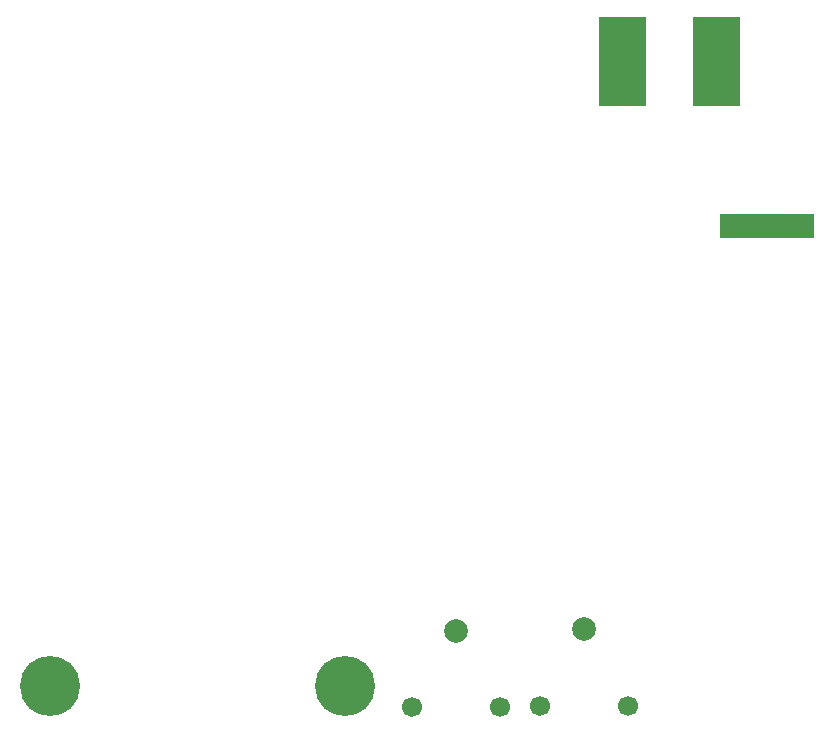
<source format=gbp>
G04 MADE WITH FRITZING*
G04 WWW.FRITZING.ORG*
G04 DOUBLE SIDED*
G04 HOLES PLATED*
G04 CONTOUR ON CENTER OF CONTOUR VECTOR*
%ASAXBY*%
%FSLAX23Y23*%
%MOIN*%
%OFA0B0*%
%SFA1.0B1.0*%
%ADD10C,0.066917*%
%ADD11C,0.066944*%
%ADD12C,0.078750*%
%ADD13C,0.200000*%
%ADD14R,0.314961X0.078740*%
%ADD15R,0.001000X0.001000*%
%LNPASTEMASK0*%
G90*
G70*
G54D10*
X4317Y67D03*
G54D11*
X4022Y67D03*
G54D12*
X4169Y322D03*
G54D10*
X3891Y61D03*
G54D11*
X3596Y61D03*
G54D12*
X3743Y317D03*
G54D13*
X3374Y131D03*
X2389Y131D03*
G54D14*
X4778Y1665D03*
G54D15*
X4219Y2362D02*
X4375Y2362D01*
X4534Y2362D02*
X4690Y2362D01*
X4219Y2361D02*
X4375Y2361D01*
X4534Y2361D02*
X4690Y2361D01*
X4219Y2360D02*
X4375Y2360D01*
X4534Y2360D02*
X4690Y2360D01*
X4219Y2359D02*
X4375Y2359D01*
X4534Y2359D02*
X4690Y2359D01*
X4219Y2358D02*
X4375Y2358D01*
X4534Y2358D02*
X4690Y2358D01*
X4219Y2357D02*
X4375Y2357D01*
X4534Y2357D02*
X4690Y2357D01*
X4219Y2356D02*
X4375Y2356D01*
X4534Y2356D02*
X4690Y2356D01*
X4219Y2355D02*
X4375Y2355D01*
X4534Y2355D02*
X4690Y2355D01*
X4219Y2354D02*
X4375Y2354D01*
X4534Y2354D02*
X4690Y2354D01*
X4219Y2353D02*
X4375Y2353D01*
X4534Y2353D02*
X4690Y2353D01*
X4219Y2352D02*
X4375Y2352D01*
X4534Y2352D02*
X4690Y2352D01*
X4219Y2351D02*
X4375Y2351D01*
X4534Y2351D02*
X4690Y2351D01*
X4219Y2350D02*
X4375Y2350D01*
X4534Y2350D02*
X4690Y2350D01*
X4219Y2349D02*
X4375Y2349D01*
X4534Y2349D02*
X4690Y2349D01*
X4219Y2348D02*
X4375Y2348D01*
X4534Y2348D02*
X4690Y2348D01*
X4219Y2347D02*
X4375Y2347D01*
X4534Y2347D02*
X4690Y2347D01*
X4219Y2346D02*
X4375Y2346D01*
X4534Y2346D02*
X4690Y2346D01*
X4219Y2345D02*
X4375Y2345D01*
X4534Y2345D02*
X4690Y2345D01*
X4219Y2344D02*
X4375Y2344D01*
X4534Y2344D02*
X4690Y2344D01*
X4219Y2343D02*
X4375Y2343D01*
X4534Y2343D02*
X4690Y2343D01*
X4219Y2342D02*
X4375Y2342D01*
X4534Y2342D02*
X4690Y2342D01*
X4219Y2341D02*
X4375Y2341D01*
X4534Y2341D02*
X4690Y2341D01*
X4219Y2340D02*
X4375Y2340D01*
X4534Y2340D02*
X4690Y2340D01*
X4219Y2339D02*
X4375Y2339D01*
X4534Y2339D02*
X4690Y2339D01*
X4219Y2338D02*
X4375Y2338D01*
X4534Y2338D02*
X4690Y2338D01*
X4219Y2337D02*
X4375Y2337D01*
X4534Y2337D02*
X4690Y2337D01*
X4219Y2336D02*
X4375Y2336D01*
X4534Y2336D02*
X4690Y2336D01*
X4219Y2335D02*
X4375Y2335D01*
X4534Y2335D02*
X4690Y2335D01*
X4219Y2334D02*
X4375Y2334D01*
X4534Y2334D02*
X4690Y2334D01*
X4219Y2333D02*
X4375Y2333D01*
X4534Y2333D02*
X4690Y2333D01*
X4219Y2332D02*
X4375Y2332D01*
X4534Y2332D02*
X4690Y2332D01*
X4219Y2331D02*
X4375Y2331D01*
X4534Y2331D02*
X4690Y2331D01*
X4219Y2330D02*
X4375Y2330D01*
X4534Y2330D02*
X4690Y2330D01*
X4219Y2329D02*
X4375Y2329D01*
X4534Y2329D02*
X4690Y2329D01*
X4219Y2328D02*
X4375Y2328D01*
X4534Y2328D02*
X4690Y2328D01*
X4219Y2327D02*
X4375Y2327D01*
X4534Y2327D02*
X4690Y2327D01*
X4219Y2326D02*
X4375Y2326D01*
X4534Y2326D02*
X4690Y2326D01*
X4219Y2325D02*
X4375Y2325D01*
X4534Y2325D02*
X4690Y2325D01*
X4219Y2324D02*
X4375Y2324D01*
X4534Y2324D02*
X4690Y2324D01*
X4219Y2323D02*
X4375Y2323D01*
X4534Y2323D02*
X4690Y2323D01*
X4219Y2322D02*
X4375Y2322D01*
X4534Y2322D02*
X4690Y2322D01*
X4219Y2321D02*
X4375Y2321D01*
X4534Y2321D02*
X4690Y2321D01*
X4219Y2320D02*
X4375Y2320D01*
X4534Y2320D02*
X4690Y2320D01*
X4219Y2319D02*
X4375Y2319D01*
X4534Y2319D02*
X4690Y2319D01*
X4219Y2318D02*
X4375Y2318D01*
X4534Y2318D02*
X4690Y2318D01*
X4219Y2317D02*
X4375Y2317D01*
X4534Y2317D02*
X4690Y2317D01*
X4219Y2316D02*
X4375Y2316D01*
X4534Y2316D02*
X4690Y2316D01*
X4219Y2315D02*
X4375Y2315D01*
X4534Y2315D02*
X4690Y2315D01*
X4219Y2314D02*
X4375Y2314D01*
X4534Y2314D02*
X4690Y2314D01*
X4219Y2313D02*
X4375Y2313D01*
X4534Y2313D02*
X4690Y2313D01*
X4219Y2312D02*
X4375Y2312D01*
X4534Y2312D02*
X4690Y2312D01*
X4219Y2311D02*
X4375Y2311D01*
X4534Y2311D02*
X4690Y2311D01*
X4219Y2310D02*
X4375Y2310D01*
X4534Y2310D02*
X4690Y2310D01*
X4219Y2309D02*
X4375Y2309D01*
X4534Y2309D02*
X4690Y2309D01*
X4219Y2308D02*
X4375Y2308D01*
X4534Y2308D02*
X4690Y2308D01*
X4219Y2307D02*
X4375Y2307D01*
X4534Y2307D02*
X4690Y2307D01*
X4219Y2306D02*
X4375Y2306D01*
X4534Y2306D02*
X4690Y2306D01*
X4219Y2305D02*
X4375Y2305D01*
X4534Y2305D02*
X4690Y2305D01*
X4219Y2304D02*
X4375Y2304D01*
X4534Y2304D02*
X4690Y2304D01*
X4219Y2303D02*
X4375Y2303D01*
X4534Y2303D02*
X4690Y2303D01*
X4219Y2302D02*
X4375Y2302D01*
X4534Y2302D02*
X4690Y2302D01*
X4219Y2301D02*
X4375Y2301D01*
X4534Y2301D02*
X4690Y2301D01*
X4219Y2300D02*
X4375Y2300D01*
X4534Y2300D02*
X4690Y2300D01*
X4219Y2299D02*
X4375Y2299D01*
X4534Y2299D02*
X4690Y2299D01*
X4219Y2298D02*
X4375Y2298D01*
X4534Y2298D02*
X4690Y2298D01*
X4219Y2297D02*
X4375Y2297D01*
X4534Y2297D02*
X4690Y2297D01*
X4219Y2296D02*
X4375Y2296D01*
X4534Y2296D02*
X4690Y2296D01*
X4219Y2295D02*
X4375Y2295D01*
X4534Y2295D02*
X4690Y2295D01*
X4219Y2294D02*
X4375Y2294D01*
X4534Y2294D02*
X4690Y2294D01*
X4219Y2293D02*
X4375Y2293D01*
X4534Y2293D02*
X4690Y2293D01*
X4219Y2292D02*
X4375Y2292D01*
X4534Y2292D02*
X4690Y2292D01*
X4219Y2291D02*
X4375Y2291D01*
X4534Y2291D02*
X4690Y2291D01*
X4219Y2290D02*
X4375Y2290D01*
X4534Y2290D02*
X4690Y2290D01*
X4219Y2289D02*
X4375Y2289D01*
X4534Y2289D02*
X4690Y2289D01*
X4219Y2288D02*
X4375Y2288D01*
X4534Y2288D02*
X4690Y2288D01*
X4219Y2287D02*
X4375Y2287D01*
X4534Y2287D02*
X4690Y2287D01*
X4219Y2286D02*
X4375Y2286D01*
X4534Y2286D02*
X4690Y2286D01*
X4219Y2285D02*
X4375Y2285D01*
X4534Y2285D02*
X4690Y2285D01*
X4219Y2284D02*
X4375Y2284D01*
X4534Y2284D02*
X4690Y2284D01*
X4219Y2283D02*
X4375Y2283D01*
X4534Y2283D02*
X4690Y2283D01*
X4219Y2282D02*
X4375Y2282D01*
X4534Y2282D02*
X4690Y2282D01*
X4219Y2281D02*
X4375Y2281D01*
X4534Y2281D02*
X4690Y2281D01*
X4219Y2280D02*
X4375Y2280D01*
X4534Y2280D02*
X4690Y2280D01*
X4219Y2279D02*
X4375Y2279D01*
X4534Y2279D02*
X4690Y2279D01*
X4219Y2278D02*
X4375Y2278D01*
X4534Y2278D02*
X4690Y2278D01*
X4219Y2277D02*
X4375Y2277D01*
X4534Y2277D02*
X4690Y2277D01*
X4219Y2276D02*
X4375Y2276D01*
X4534Y2276D02*
X4690Y2276D01*
X4219Y2275D02*
X4375Y2275D01*
X4534Y2275D02*
X4690Y2275D01*
X4219Y2274D02*
X4375Y2274D01*
X4534Y2274D02*
X4690Y2274D01*
X4219Y2273D02*
X4375Y2273D01*
X4534Y2273D02*
X4690Y2273D01*
X4219Y2272D02*
X4375Y2272D01*
X4534Y2272D02*
X4690Y2272D01*
X4219Y2271D02*
X4375Y2271D01*
X4534Y2271D02*
X4690Y2271D01*
X4219Y2270D02*
X4375Y2270D01*
X4534Y2270D02*
X4690Y2270D01*
X4219Y2269D02*
X4375Y2269D01*
X4534Y2269D02*
X4690Y2269D01*
X4219Y2268D02*
X4375Y2268D01*
X4534Y2268D02*
X4690Y2268D01*
X4219Y2267D02*
X4375Y2267D01*
X4534Y2267D02*
X4690Y2267D01*
X4219Y2266D02*
X4375Y2266D01*
X4534Y2266D02*
X4690Y2266D01*
X4219Y2265D02*
X4375Y2265D01*
X4534Y2265D02*
X4690Y2265D01*
X4219Y2264D02*
X4375Y2264D01*
X4534Y2264D02*
X4690Y2264D01*
X4219Y2263D02*
X4375Y2263D01*
X4534Y2263D02*
X4690Y2263D01*
X4219Y2262D02*
X4375Y2262D01*
X4534Y2262D02*
X4690Y2262D01*
X4219Y2261D02*
X4375Y2261D01*
X4534Y2261D02*
X4690Y2261D01*
X4219Y2260D02*
X4375Y2260D01*
X4534Y2260D02*
X4690Y2260D01*
X4219Y2259D02*
X4375Y2259D01*
X4534Y2259D02*
X4690Y2259D01*
X4219Y2258D02*
X4375Y2258D01*
X4534Y2258D02*
X4690Y2258D01*
X4219Y2257D02*
X4375Y2257D01*
X4534Y2257D02*
X4690Y2257D01*
X4219Y2256D02*
X4375Y2256D01*
X4534Y2256D02*
X4690Y2256D01*
X4219Y2255D02*
X4375Y2255D01*
X4534Y2255D02*
X4690Y2255D01*
X4219Y2254D02*
X4375Y2254D01*
X4534Y2254D02*
X4690Y2254D01*
X4219Y2253D02*
X4375Y2253D01*
X4534Y2253D02*
X4690Y2253D01*
X4219Y2252D02*
X4375Y2252D01*
X4534Y2252D02*
X4690Y2252D01*
X4219Y2251D02*
X4375Y2251D01*
X4534Y2251D02*
X4690Y2251D01*
X4219Y2250D02*
X4375Y2250D01*
X4534Y2250D02*
X4690Y2250D01*
X4219Y2249D02*
X4375Y2249D01*
X4534Y2249D02*
X4690Y2249D01*
X4219Y2248D02*
X4375Y2248D01*
X4534Y2248D02*
X4690Y2248D01*
X4219Y2247D02*
X4375Y2247D01*
X4534Y2247D02*
X4690Y2247D01*
X4219Y2246D02*
X4375Y2246D01*
X4534Y2246D02*
X4690Y2246D01*
X4219Y2245D02*
X4375Y2245D01*
X4534Y2245D02*
X4690Y2245D01*
X4219Y2244D02*
X4375Y2244D01*
X4534Y2244D02*
X4690Y2244D01*
X4219Y2243D02*
X4375Y2243D01*
X4534Y2243D02*
X4690Y2243D01*
X4219Y2242D02*
X4375Y2242D01*
X4534Y2242D02*
X4690Y2242D01*
X4219Y2241D02*
X4375Y2241D01*
X4534Y2241D02*
X4690Y2241D01*
X4219Y2240D02*
X4375Y2240D01*
X4534Y2240D02*
X4690Y2240D01*
X4219Y2239D02*
X4375Y2239D01*
X4534Y2239D02*
X4690Y2239D01*
X4219Y2238D02*
X4375Y2238D01*
X4534Y2238D02*
X4690Y2238D01*
X4219Y2237D02*
X4375Y2237D01*
X4534Y2237D02*
X4690Y2237D01*
X4219Y2236D02*
X4375Y2236D01*
X4534Y2236D02*
X4690Y2236D01*
X4219Y2235D02*
X4375Y2235D01*
X4534Y2235D02*
X4690Y2235D01*
X4219Y2234D02*
X4375Y2234D01*
X4534Y2234D02*
X4690Y2234D01*
X4219Y2233D02*
X4375Y2233D01*
X4534Y2233D02*
X4690Y2233D01*
X4219Y2232D02*
X4375Y2232D01*
X4534Y2232D02*
X4690Y2232D01*
X4219Y2231D02*
X4375Y2231D01*
X4534Y2231D02*
X4690Y2231D01*
X4219Y2230D02*
X4375Y2230D01*
X4534Y2230D02*
X4690Y2230D01*
X4219Y2229D02*
X4375Y2229D01*
X4534Y2229D02*
X4690Y2229D01*
X4219Y2228D02*
X4375Y2228D01*
X4534Y2228D02*
X4690Y2228D01*
X4219Y2227D02*
X4375Y2227D01*
X4534Y2227D02*
X4690Y2227D01*
X4219Y2226D02*
X4375Y2226D01*
X4534Y2226D02*
X4690Y2226D01*
X4219Y2225D02*
X4375Y2225D01*
X4534Y2225D02*
X4690Y2225D01*
X4219Y2224D02*
X4375Y2224D01*
X4534Y2224D02*
X4690Y2224D01*
X4219Y2223D02*
X4375Y2223D01*
X4534Y2223D02*
X4690Y2223D01*
X4219Y2222D02*
X4375Y2222D01*
X4534Y2222D02*
X4690Y2222D01*
X4219Y2221D02*
X4375Y2221D01*
X4534Y2221D02*
X4690Y2221D01*
X4219Y2220D02*
X4375Y2220D01*
X4534Y2220D02*
X4690Y2220D01*
X4219Y2219D02*
X4375Y2219D01*
X4534Y2219D02*
X4690Y2219D01*
X4219Y2218D02*
X4375Y2218D01*
X4534Y2218D02*
X4690Y2218D01*
X4219Y2217D02*
X4375Y2217D01*
X4534Y2217D02*
X4690Y2217D01*
X4219Y2216D02*
X4375Y2216D01*
X4534Y2216D02*
X4690Y2216D01*
X4219Y2215D02*
X4375Y2215D01*
X4534Y2215D02*
X4690Y2215D01*
X4219Y2214D02*
X4375Y2214D01*
X4534Y2214D02*
X4690Y2214D01*
X4219Y2213D02*
X4375Y2213D01*
X4534Y2213D02*
X4690Y2213D01*
X4219Y2212D02*
X4375Y2212D01*
X4534Y2212D02*
X4690Y2212D01*
X4219Y2211D02*
X4375Y2211D01*
X4534Y2211D02*
X4690Y2211D01*
X4219Y2210D02*
X4375Y2210D01*
X4534Y2210D02*
X4690Y2210D01*
X4219Y2209D02*
X4375Y2209D01*
X4534Y2209D02*
X4690Y2209D01*
X4219Y2208D02*
X4375Y2208D01*
X4534Y2208D02*
X4690Y2208D01*
X4219Y2207D02*
X4375Y2207D01*
X4534Y2207D02*
X4690Y2207D01*
X4219Y2206D02*
X4375Y2206D01*
X4534Y2206D02*
X4690Y2206D01*
X4219Y2205D02*
X4375Y2205D01*
X4534Y2205D02*
X4690Y2205D01*
X4219Y2204D02*
X4375Y2204D01*
X4534Y2204D02*
X4690Y2204D01*
X4219Y2203D02*
X4375Y2203D01*
X4534Y2203D02*
X4690Y2203D01*
X4219Y2202D02*
X4375Y2202D01*
X4534Y2202D02*
X4690Y2202D01*
X4219Y2201D02*
X4375Y2201D01*
X4534Y2201D02*
X4690Y2201D01*
X4219Y2200D02*
X4375Y2200D01*
X4534Y2200D02*
X4690Y2200D01*
X4219Y2199D02*
X4375Y2199D01*
X4534Y2199D02*
X4690Y2199D01*
X4219Y2198D02*
X4375Y2198D01*
X4534Y2198D02*
X4690Y2198D01*
X4219Y2197D02*
X4375Y2197D01*
X4534Y2197D02*
X4690Y2197D01*
X4219Y2196D02*
X4375Y2196D01*
X4534Y2196D02*
X4690Y2196D01*
X4219Y2195D02*
X4375Y2195D01*
X4534Y2195D02*
X4690Y2195D01*
X4219Y2194D02*
X4375Y2194D01*
X4534Y2194D02*
X4690Y2194D01*
X4219Y2193D02*
X4375Y2193D01*
X4534Y2193D02*
X4690Y2193D01*
X4219Y2192D02*
X4375Y2192D01*
X4534Y2192D02*
X4690Y2192D01*
X4219Y2191D02*
X4375Y2191D01*
X4534Y2191D02*
X4690Y2191D01*
X4219Y2190D02*
X4375Y2190D01*
X4534Y2190D02*
X4690Y2190D01*
X4219Y2189D02*
X4375Y2189D01*
X4534Y2189D02*
X4690Y2189D01*
X4219Y2188D02*
X4375Y2188D01*
X4534Y2188D02*
X4690Y2188D01*
X4219Y2187D02*
X4375Y2187D01*
X4534Y2187D02*
X4690Y2187D01*
X4219Y2186D02*
X4375Y2186D01*
X4534Y2186D02*
X4690Y2186D01*
X4219Y2185D02*
X4375Y2185D01*
X4534Y2185D02*
X4690Y2185D01*
X4219Y2184D02*
X4375Y2184D01*
X4534Y2184D02*
X4690Y2184D01*
X4219Y2183D02*
X4375Y2183D01*
X4534Y2183D02*
X4690Y2183D01*
X4219Y2182D02*
X4375Y2182D01*
X4534Y2182D02*
X4690Y2182D01*
X4219Y2181D02*
X4375Y2181D01*
X4534Y2181D02*
X4690Y2181D01*
X4219Y2180D02*
X4375Y2180D01*
X4534Y2180D02*
X4690Y2180D01*
X4219Y2179D02*
X4375Y2179D01*
X4534Y2179D02*
X4690Y2179D01*
X4219Y2178D02*
X4375Y2178D01*
X4534Y2178D02*
X4690Y2178D01*
X4219Y2177D02*
X4375Y2177D01*
X4534Y2177D02*
X4690Y2177D01*
X4219Y2176D02*
X4375Y2176D01*
X4534Y2176D02*
X4690Y2176D01*
X4219Y2175D02*
X4375Y2175D01*
X4534Y2175D02*
X4690Y2175D01*
X4219Y2174D02*
X4375Y2174D01*
X4534Y2174D02*
X4690Y2174D01*
X4219Y2173D02*
X4375Y2173D01*
X4534Y2173D02*
X4690Y2173D01*
X4219Y2172D02*
X4375Y2172D01*
X4534Y2172D02*
X4690Y2172D01*
X4219Y2171D02*
X4375Y2171D01*
X4534Y2171D02*
X4690Y2171D01*
X4219Y2170D02*
X4375Y2170D01*
X4534Y2170D02*
X4690Y2170D01*
X4219Y2169D02*
X4375Y2169D01*
X4534Y2169D02*
X4690Y2169D01*
X4219Y2168D02*
X4375Y2168D01*
X4534Y2168D02*
X4690Y2168D01*
X4219Y2167D02*
X4375Y2167D01*
X4534Y2167D02*
X4690Y2167D01*
X4219Y2166D02*
X4375Y2166D01*
X4534Y2166D02*
X4690Y2166D01*
X4219Y2165D02*
X4375Y2165D01*
X4534Y2165D02*
X4690Y2165D01*
X4219Y2164D02*
X4375Y2164D01*
X4534Y2164D02*
X4690Y2164D01*
X4219Y2163D02*
X4375Y2163D01*
X4534Y2163D02*
X4690Y2163D01*
X4219Y2162D02*
X4375Y2162D01*
X4534Y2162D02*
X4690Y2162D01*
X4219Y2161D02*
X4375Y2161D01*
X4534Y2161D02*
X4690Y2161D01*
X4219Y2160D02*
X4375Y2160D01*
X4534Y2160D02*
X4690Y2160D01*
X4219Y2159D02*
X4375Y2159D01*
X4534Y2159D02*
X4690Y2159D01*
X4219Y2158D02*
X4375Y2158D01*
X4534Y2158D02*
X4690Y2158D01*
X4219Y2157D02*
X4375Y2157D01*
X4534Y2157D02*
X4690Y2157D01*
X4219Y2156D02*
X4375Y2156D01*
X4534Y2156D02*
X4690Y2156D01*
X4219Y2155D02*
X4375Y2155D01*
X4534Y2155D02*
X4690Y2155D01*
X4219Y2154D02*
X4375Y2154D01*
X4534Y2154D02*
X4690Y2154D01*
X4219Y2153D02*
X4375Y2153D01*
X4534Y2153D02*
X4690Y2153D01*
X4219Y2152D02*
X4375Y2152D01*
X4534Y2152D02*
X4690Y2152D01*
X4219Y2151D02*
X4375Y2151D01*
X4534Y2151D02*
X4690Y2151D01*
X4219Y2150D02*
X4375Y2150D01*
X4534Y2150D02*
X4690Y2150D01*
X4219Y2149D02*
X4375Y2149D01*
X4534Y2149D02*
X4690Y2149D01*
X4219Y2148D02*
X4375Y2148D01*
X4534Y2148D02*
X4690Y2148D01*
X4219Y2147D02*
X4375Y2147D01*
X4534Y2147D02*
X4690Y2147D01*
X4219Y2146D02*
X4375Y2146D01*
X4534Y2146D02*
X4690Y2146D01*
X4219Y2145D02*
X4375Y2145D01*
X4534Y2145D02*
X4690Y2145D01*
X4219Y2144D02*
X4375Y2144D01*
X4534Y2144D02*
X4690Y2144D01*
X4219Y2143D02*
X4375Y2143D01*
X4534Y2143D02*
X4690Y2143D01*
X4219Y2142D02*
X4375Y2142D01*
X4534Y2142D02*
X4690Y2142D01*
X4219Y2141D02*
X4375Y2141D01*
X4534Y2141D02*
X4690Y2141D01*
X4219Y2140D02*
X4375Y2140D01*
X4534Y2140D02*
X4690Y2140D01*
X4219Y2139D02*
X4375Y2139D01*
X4534Y2139D02*
X4690Y2139D01*
X4219Y2138D02*
X4375Y2138D01*
X4534Y2138D02*
X4690Y2138D01*
X4219Y2137D02*
X4375Y2137D01*
X4534Y2137D02*
X4690Y2137D01*
X4219Y2136D02*
X4375Y2136D01*
X4534Y2136D02*
X4690Y2136D01*
X4219Y2135D02*
X4375Y2135D01*
X4534Y2135D02*
X4690Y2135D01*
X4219Y2134D02*
X4375Y2134D01*
X4534Y2134D02*
X4690Y2134D01*
X4219Y2133D02*
X4375Y2133D01*
X4534Y2133D02*
X4690Y2133D01*
X4219Y2132D02*
X4375Y2132D01*
X4534Y2132D02*
X4690Y2132D01*
X4219Y2131D02*
X4375Y2131D01*
X4534Y2131D02*
X4690Y2131D01*
X4219Y2130D02*
X4375Y2130D01*
X4534Y2130D02*
X4690Y2130D01*
X4219Y2129D02*
X4375Y2129D01*
X4534Y2129D02*
X4690Y2129D01*
X4219Y2128D02*
X4375Y2128D01*
X4534Y2128D02*
X4690Y2128D01*
X4219Y2127D02*
X4375Y2127D01*
X4534Y2127D02*
X4690Y2127D01*
X4219Y2126D02*
X4375Y2126D01*
X4534Y2126D02*
X4690Y2126D01*
X4219Y2125D02*
X4375Y2125D01*
X4534Y2125D02*
X4690Y2125D01*
X4219Y2124D02*
X4375Y2124D01*
X4534Y2124D02*
X4690Y2124D01*
X4219Y2123D02*
X4375Y2123D01*
X4534Y2123D02*
X4690Y2123D01*
X4219Y2122D02*
X4375Y2122D01*
X4534Y2122D02*
X4690Y2122D01*
X4219Y2121D02*
X4375Y2121D01*
X4534Y2121D02*
X4690Y2121D01*
X4219Y2120D02*
X4375Y2120D01*
X4534Y2120D02*
X4690Y2120D01*
X4219Y2119D02*
X4375Y2119D01*
X4534Y2119D02*
X4690Y2119D01*
X4219Y2118D02*
X4375Y2118D01*
X4534Y2118D02*
X4690Y2118D01*
X4219Y2117D02*
X4375Y2117D01*
X4534Y2117D02*
X4690Y2117D01*
X4219Y2116D02*
X4375Y2116D01*
X4534Y2116D02*
X4690Y2116D01*
X4219Y2115D02*
X4375Y2115D01*
X4534Y2115D02*
X4690Y2115D01*
X4219Y2114D02*
X4375Y2114D01*
X4534Y2114D02*
X4690Y2114D01*
X4219Y2113D02*
X4375Y2113D01*
X4534Y2113D02*
X4690Y2113D01*
X4219Y2112D02*
X4375Y2112D01*
X4534Y2112D02*
X4690Y2112D01*
X4219Y2111D02*
X4375Y2111D01*
X4534Y2111D02*
X4690Y2111D01*
X4219Y2110D02*
X4375Y2110D01*
X4534Y2110D02*
X4690Y2110D01*
X4219Y2109D02*
X4375Y2109D01*
X4534Y2109D02*
X4690Y2109D01*
X4219Y2108D02*
X4375Y2108D01*
X4534Y2108D02*
X4690Y2108D01*
X4219Y2107D02*
X4375Y2107D01*
X4534Y2107D02*
X4690Y2107D01*
X4219Y2106D02*
X4375Y2106D01*
X4534Y2106D02*
X4690Y2106D01*
X4219Y2105D02*
X4375Y2105D01*
X4534Y2105D02*
X4690Y2105D01*
X4219Y2104D02*
X4375Y2104D01*
X4534Y2104D02*
X4690Y2104D01*
X4219Y2103D02*
X4375Y2103D01*
X4534Y2103D02*
X4690Y2103D01*
X4219Y2102D02*
X4375Y2102D01*
X4534Y2102D02*
X4690Y2102D01*
X4219Y2101D02*
X4375Y2101D01*
X4534Y2101D02*
X4690Y2101D01*
X4219Y2100D02*
X4375Y2100D01*
X4534Y2100D02*
X4690Y2100D01*
X4219Y2099D02*
X4375Y2099D01*
X4534Y2099D02*
X4690Y2099D01*
X4219Y2098D02*
X4375Y2098D01*
X4534Y2098D02*
X4690Y2098D01*
X4219Y2097D02*
X4375Y2097D01*
X4534Y2097D02*
X4690Y2097D01*
X4219Y2096D02*
X4375Y2096D01*
X4534Y2096D02*
X4690Y2096D01*
X4219Y2095D02*
X4375Y2095D01*
X4534Y2095D02*
X4690Y2095D01*
X4219Y2094D02*
X4375Y2094D01*
X4534Y2094D02*
X4690Y2094D01*
X4219Y2093D02*
X4375Y2093D01*
X4534Y2093D02*
X4690Y2093D01*
X4219Y2092D02*
X4375Y2092D01*
X4534Y2092D02*
X4690Y2092D01*
X4219Y2091D02*
X4375Y2091D01*
X4534Y2091D02*
X4690Y2091D01*
X4219Y2090D02*
X4375Y2090D01*
X4534Y2090D02*
X4690Y2090D01*
X4219Y2089D02*
X4375Y2089D01*
X4534Y2089D02*
X4690Y2089D01*
X4219Y2088D02*
X4375Y2088D01*
X4534Y2088D02*
X4690Y2088D01*
X4219Y2087D02*
X4375Y2087D01*
X4534Y2087D02*
X4690Y2087D01*
X4219Y2086D02*
X4375Y2086D01*
X4534Y2086D02*
X4690Y2086D01*
X4219Y2085D02*
X4375Y2085D01*
X4534Y2085D02*
X4690Y2085D01*
X4219Y2084D02*
X4375Y2084D01*
X4534Y2084D02*
X4690Y2084D01*
X4219Y2083D02*
X4375Y2083D01*
X4534Y2083D02*
X4690Y2083D01*
X4219Y2082D02*
X4375Y2082D01*
X4534Y2082D02*
X4690Y2082D01*
X4219Y2081D02*
X4375Y2081D01*
X4534Y2081D02*
X4690Y2081D01*
X4219Y2080D02*
X4375Y2080D01*
X4534Y2080D02*
X4690Y2080D01*
X4219Y2079D02*
X4375Y2079D01*
X4534Y2079D02*
X4690Y2079D01*
X4219Y2078D02*
X4375Y2078D01*
X4534Y2078D02*
X4690Y2078D01*
X4219Y2077D02*
X4375Y2077D01*
X4534Y2077D02*
X4690Y2077D01*
X4219Y2076D02*
X4375Y2076D01*
X4534Y2076D02*
X4690Y2076D01*
X4219Y2075D02*
X4375Y2075D01*
X4534Y2075D02*
X4690Y2075D01*
X4219Y2074D02*
X4375Y2074D01*
X4534Y2074D02*
X4690Y2074D01*
X4219Y2073D02*
X4375Y2073D01*
X4534Y2073D02*
X4690Y2073D01*
X4219Y2072D02*
X4375Y2072D01*
X4534Y2072D02*
X4690Y2072D01*
X4219Y2071D02*
X4375Y2071D01*
X4534Y2071D02*
X4690Y2071D01*
X4219Y2070D02*
X4375Y2070D01*
X4534Y2070D02*
X4690Y2070D01*
X4219Y2069D02*
X4375Y2069D01*
X4534Y2069D02*
X4690Y2069D01*
X4219Y2068D02*
X4375Y2068D01*
X4534Y2068D02*
X4690Y2068D01*
X4219Y2067D02*
X4375Y2067D01*
X4534Y2067D02*
X4690Y2067D01*
D02*
G04 End of PasteMask0*
M02*
</source>
